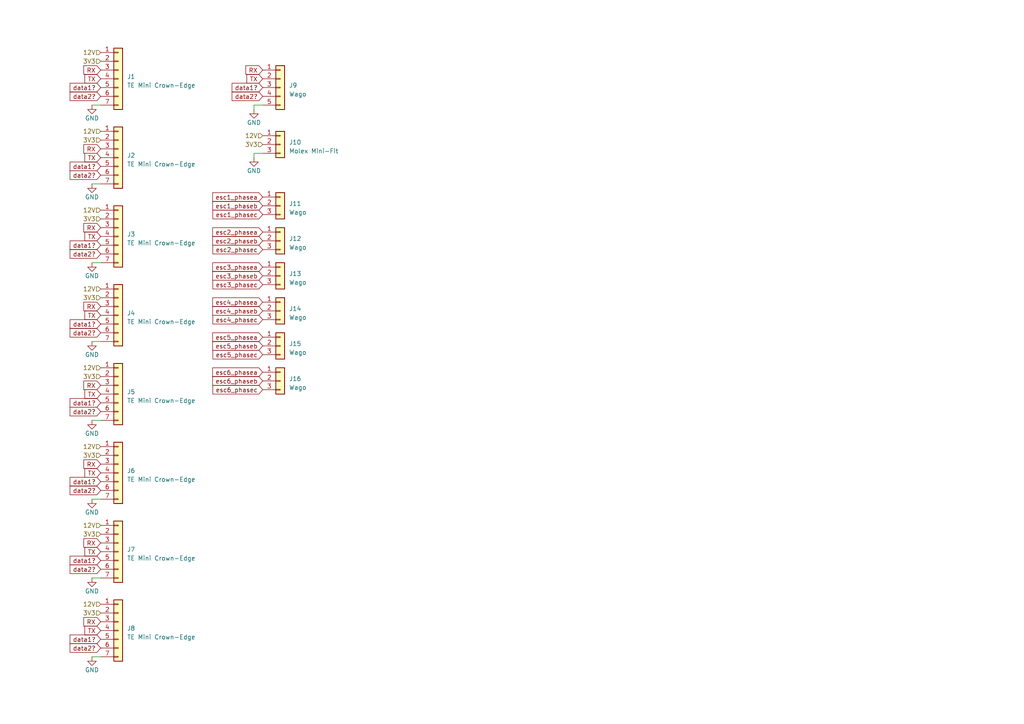
<source format=kicad_sch>
(kicad_sch (version 20230409) (generator eeschema)
  (paper "A4")
  (lib_symbols
    (symbol "Connector_Generic:Conn_01x03" (pin_names (offset 1.016) hide)
      (property "Reference" "J" (at 0 5.08 0))
      (property "Value" "Conn_01x03" (at 0 -5.08 0))
      (symbol "Conn_01x03_1_1"
        (rectangle (start -1.27 -2.413) (end 0 -2.667) (stroke (width 0.1524)))
        (rectangle (start -1.27 0.127) (end 0 -0.127) (stroke (width 0.1524)))
        (rectangle (start -1.27 2.667) (end 0 2.413) (stroke (width 0.1524)))
        (rectangle (start -1.27 3.81) (end 1.27 -3.81) (stroke (width 0.254)) (fill (type background)))
        (pin passive line (at -5.08 2.54 0) (length 3.81) (name "Pin_1") (number "1"))
        (pin passive line (at -5.08 0 0) (length 3.81) (name "Pin_2") (number "2"))
        (pin passive line (at -5.08 -2.54 0) (length 3.81) (name "Pin_3") (number "3"))
      )
    )
    (symbol "Connector_Generic:Conn_01x05" (pin_names (offset 1.016) hide)
      (property "Reference" "J" (at 0 7.62 0))
      (property "Value" "Conn_01x05" (at 0 -7.62 0))
      (symbol "Conn_01x05_1_1"
        (rectangle (start -1.27 -4.953) (end 0 -5.207) (stroke (width 0.1524)))
        (rectangle (start -1.27 -2.413) (end 0 -2.667) (stroke (width 0.1524)))
        (rectangle (start -1.27 0.127) (end 0 -0.127) (stroke (width 0.1524)))
        (rectangle (start -1.27 2.667) (end 0 2.413) (stroke (width 0.1524)))
        (rectangle (start -1.27 5.207) (end 0 4.953) (stroke (width 0.1524)))
        (rectangle (start -1.27 6.35) (end 1.27 -6.35) (stroke (width 0.254)) (fill (type background)))
        (pin passive line (at -5.08 5.08 0) (length 3.81) (name "Pin_1") (number "1"))
        (pin passive line (at -5.08 2.54 0) (length 3.81) (name "Pin_2") (number "2"))
        (pin passive line (at -5.08 0 0) (length 3.81) (name "Pin_3") (number "3"))
        (pin passive line (at -5.08 -2.54 0) (length 3.81) (name "Pin_4") (number "4"))
        (pin passive line (at -5.08 -5.08 0) (length 3.81) (name "Pin_5") (number "5"))
      )
    )
    (symbol "Connector_Generic:Conn_01x07" (pin_names (offset 1.016) hide)
      (property "Reference" "J" (at 0 10.16 0))
      (property "Value" "Conn_01x07" (at 0 -10.16 0))
      (symbol "Conn_01x07_1_1"
        (rectangle (start -1.27 -7.493) (end 0 -7.747) (stroke (width 0.1524)))
        (rectangle (start -1.27 -4.953) (end 0 -5.207) (stroke (width 0.1524)))
        (rectangle (start -1.27 -2.413) (end 0 -2.667) (stroke (width 0.1524)))
        (rectangle (start -1.27 0.127) (end 0 -0.127) (stroke (width 0.1524)))
        (rectangle (start -1.27 2.667) (end 0 2.413) (stroke (width 0.1524)))
        (rectangle (start -1.27 5.207) (end 0 4.953) (stroke (width 0.1524)))
        (rectangle (start -1.27 7.747) (end 0 7.493) (stroke (width 0.1524)))
        (rectangle (start -1.27 8.89) (end 1.27 -8.89) (stroke (width 0.254)) (fill (type background)))
        (pin passive line (at -5.08 7.62 0) (length 3.81) (name "Pin_1") (number "1"))
        (pin passive line (at -5.08 5.08 0) (length 3.81) (name "Pin_2") (number "2"))
        (pin passive line (at -5.08 2.54 0) (length 3.81) (name "Pin_3") (number "3"))
        (pin passive line (at -5.08 0 0) (length 3.81) (name "Pin_4") (number "4"))
        (pin passive line (at -5.08 -2.54 0) (length 3.81) (name "Pin_5") (number "5"))
        (pin passive line (at -5.08 -5.08 0) (length 3.81) (name "Pin_6") (number "6"))
        (pin passive line (at -5.08 -7.62 0) (length 3.81) (name "Pin_7") (number "7"))
      )
    )
    (symbol "power:GND" (power) (pin_names (offset 0))
      (property "Value" "GND" (at 0 -3.81 0))
      (symbol "GND_0_1"
        (polyline (pts (xy 0 0) (xy 0 -1.27) (xy 1.27 -1.27) (xy 0 -2.54) (xy -1.27 -1.27) (xy 0 -1.27)))
      )
      (symbol "GND_1_1"
        (pin power_in line (at 0 0 270) (length 0) hide (name "GND") (number "1"))
      )
    )
  )
  (wire (pts (xy 29.21 76.2) (xy 26.67 76.2)))
  (wire (pts (xy 29.21 190.5) (xy 26.67 190.5)))
  (wire (pts (xy 73.66 30.48) (xy 73.66 31.75)))
  (wire (pts (xy 76.2 44.45) (xy 73.66 44.45)))
  (wire (pts (xy 76.2 30.48) (xy 73.66 30.48)))
  (wire (pts (xy 29.21 121.92) (xy 26.67 121.92)))
  (wire (pts (xy 29.21 53.34) (xy 26.67 53.34)))
  (wire (pts (xy 29.21 99.06) (xy 26.67 99.06)))
  (wire (pts (xy 29.21 167.64) (xy 26.67 167.64)))
  (wire (pts (xy 73.66 44.45) (xy 73.66 45.72)))
  (wire (pts (xy 29.21 30.48) (xy 26.67 30.48)))
  (wire (pts (xy 29.21 144.78) (xy 26.67 144.78)))
  (global_label "RX" (shape input) (at 29.21 88.9 180) (property "Intersheetrefs" "${INTERSHEET_REFS}" (effects hide)))
  (global_label "data2?" (shape input) (at 29.21 50.8 180) (property "Intersheetrefs" "${INTERSHEET_REFS}" (effects hide)))
  (global_label "RX" (shape input) (at 29.21 66.04 180) (property "Intersheetrefs" "${INTERSHEET_REFS}" (effects hide)))
  (global_label "data2?" (shape input) (at 29.21 165.1 180) (property "Intersheetrefs" "${INTERSHEET_REFS}" (effects hide)))
  (global_label "data1?" (shape input) (at 29.21 185.42 180) (property "Intersheetrefs" "${INTERSHEET_REFS}" (effects hide)))
  (global_label "TX" (shape input) (at 76.2 22.86 180) (property "Intersheetrefs" "${INTERSHEET_REFS}" (effects hide)))
  (global_label "TX" (shape input) (at 29.21 45.72 180) (property "Intersheetrefs" "${INTERSHEET_REFS}" (effects hide)))
  (global_label "TX" (shape input) (at 29.21 137.16 180) (property "Intersheetrefs" "${INTERSHEET_REFS}" (effects hide)))
  (global_label "TX" (shape input) (at 29.21 114.3 180) (property "Intersheetrefs" "${INTERSHEET_REFS}" (effects hide)))
  (global_label "data2?" (shape input) (at 76.2 27.94 180) (property "Intersheetrefs" "${INTERSHEET_REFS}" (effects hide)))
  (global_label "esc1_phaseb" (shape input) (at 76.2 59.69 180) (property "Intersheetrefs" "${INTERSHEET_REFS}" (effects hide)))
  (global_label "TX" (shape input) (at 29.21 91.44 180) (property "Intersheetrefs" "${INTERSHEET_REFS}" (effects hide)))
  (global_label "data1?" (shape input) (at 29.21 93.98 180) (property "Intersheetrefs" "${INTERSHEET_REFS}" (effects hide)))
  (global_label "esc6_phaseb" (shape input) (at 76.2 110.49 180) (property "Intersheetrefs" "${INTERSHEET_REFS}" (effects hide)))
  (global_label "data1?" (shape input) (at 29.21 48.26 180) (property "Intersheetrefs" "${INTERSHEET_REFS}" (effects hide)))
  (global_label "TX" (shape input) (at 29.21 160.02 180) (property "Intersheetrefs" "${INTERSHEET_REFS}" (effects hide)))
  (global_label "esc1_phasea" (shape input) (at 76.2 57.15 180) (property "Intersheetrefs" "${INTERSHEET_REFS}" (effects hide)))
  (global_label "esc6_phasea" (shape input) (at 76.2 107.95 180) (property "Intersheetrefs" "${INTERSHEET_REFS}" (effects hide)))
  (global_label "data1?" (shape input) (at 29.21 116.84 180) (property "Intersheetrefs" "${INTERSHEET_REFS}" (effects hide)))
  (global_label "TX" (shape input) (at 29.21 22.86 180) (property "Intersheetrefs" "${INTERSHEET_REFS}" (effects hide)))
  (global_label "data2?" (shape input) (at 29.21 119.38 180) (property "Intersheetrefs" "${INTERSHEET_REFS}" (effects hide)))
  (global_label "RX" (shape input) (at 29.21 111.76 180) (property "Intersheetrefs" "${INTERSHEET_REFS}" (effects hide)))
  (global_label "data2?" (shape input) (at 29.21 96.52 180) (property "Intersheetrefs" "${INTERSHEET_REFS}" (effects hide)))
  (global_label "esc3_phasec" (shape input) (at 76.2 82.55 180) (property "Intersheetrefs" "${INTERSHEET_REFS}" (effects hide)))
  (global_label "RX" (shape input) (at 29.21 180.34 180) (property "Intersheetrefs" "${INTERSHEET_REFS}" (effects hide)))
  (global_label "data1?" (shape input) (at 29.21 71.12 180) (property "Intersheetrefs" "${INTERSHEET_REFS}" (effects hide)))
  (global_label "data1?" (shape input) (at 29.21 25.4 180) (property "Intersheetrefs" "${INTERSHEET_REFS}" (effects hide)))
  (global_label "esc2_phaseb" (shape input) (at 76.2 69.85 180) (property "Intersheetrefs" "${INTERSHEET_REFS}" (effects hide)))
  (global_label "esc2_phasec" (shape input) (at 76.2 72.39 180) (property "Intersheetrefs" "${INTERSHEET_REFS}" (effects hide)))
  (global_label "esc5_phaseb" (shape input) (at 76.2 100.33 180) (property "Intersheetrefs" "${INTERSHEET_REFS}" (effects hide)))
  (global_label "esc6_phasec" (shape input) (at 76.2 113.03 180) (property "Intersheetrefs" "${INTERSHEET_REFS}" (effects hide)))
  (global_label "esc5_phasea" (shape input) (at 76.2 97.79 180) (property "Intersheetrefs" "${INTERSHEET_REFS}" (effects hide)))
  (global_label "esc3_phaseb" (shape input) (at 76.2 80.01 180) (property "Intersheetrefs" "${INTERSHEET_REFS}" (effects hide)))
  (global_label "RX" (shape input) (at 29.21 157.48 180) (property "Intersheetrefs" "${INTERSHEET_REFS}" (effects hide)))
  (global_label "RX" (shape input) (at 29.21 20.32 180) (property "Intersheetrefs" "${INTERSHEET_REFS}" (effects hide)))
  (global_label "data1?" (shape input) (at 29.21 139.7 180) (property "Intersheetrefs" "${INTERSHEET_REFS}" (effects hide)))
  (global_label "esc4_phaseb" (shape input) (at 76.2 90.17 180) (property "Intersheetrefs" "${INTERSHEET_REFS}" (effects hide)))
  (global_label "data2?" (shape input) (at 29.21 142.24 180) (property "Intersheetrefs" "${INTERSHEET_REFS}" (effects hide)))
  (global_label "TX" (shape input) (at 29.21 68.58 180) (property "Intersheetrefs" "${INTERSHEET_REFS}" (effects hide)))
  (global_label "esc3_phasea" (shape input) (at 76.2 77.47 180) (property "Intersheetrefs" "${INTERSHEET_REFS}" (effects hide)))
  (global_label "esc4_phasec" (shape input) (at 76.2 92.71 180) (property "Intersheetrefs" "${INTERSHEET_REFS}" (effects hide)))
  (global_label "data1?" (shape input) (at 76.2 25.4 180) (property "Intersheetrefs" "${INTERSHEET_REFS}" (effects hide)))
  (global_label "data2?" (shape input) (at 29.21 27.94 180) (property "Intersheetrefs" "${INTERSHEET_REFS}" (effects hide)))
  (global_label "RX" (shape input) (at 29.21 43.18 180) (property "Intersheetrefs" "${INTERSHEET_REFS}" (effects hide)))
  (global_label "RX" (shape input) (at 29.21 134.62 180) (property "Intersheetrefs" "${INTERSHEET_REFS}" (effects hide)))
  (global_label "esc1_phasec" (shape input) (at 76.2 62.23 180) (property "Intersheetrefs" "${INTERSHEET_REFS}" (effects hide)))
  (global_label "esc4_phasea" (shape input) (at 76.2 87.63 180) (property "Intersheetrefs" "${INTERSHEET_REFS}" (effects hide)))
  (global_label "esc2_phasea" (shape input) (at 76.2 67.31 180) (property "Intersheetrefs" "${INTERSHEET_REFS}" (effects hide)))
  (global_label "esc5_phasec" (shape input) (at 76.2 102.87 180) (property "Intersheetrefs" "${INTERSHEET_REFS}" (effects hide)))
  (global_label "RX" (shape input) (at 76.2 20.32 180) (property "Intersheetrefs" "${INTERSHEET_REFS}" (effects hide)))
  (global_label "data2?" (shape input) (at 29.21 73.66 180) (property "Intersheetrefs" "${INTERSHEET_REFS}" (effects hide)))
  (global_label "data2?" (shape input) (at 29.21 187.96 180) (property "Intersheetrefs" "${INTERSHEET_REFS}" (effects hide)))
  (global_label "TX" (shape input) (at 29.21 182.88 180) (property "Intersheetrefs" "${INTERSHEET_REFS}" (effects hide)))
  (global_label "data1?" (shape input) (at 29.21 162.56 180) (property "Intersheetrefs" "${INTERSHEET_REFS}" (effects hide)))
  (hierarchical_label "3V3" (shape input) (at 29.21 132.08 180))
  (hierarchical_label "12V" (shape input) (at 29.21 15.24 180))
  (hierarchical_label "12V" (shape input) (at 29.21 129.54 180))
  (hierarchical_label "3V3" (shape input) (at 29.21 177.8 180))
  (hierarchical_label "3V3" (shape input) (at 29.21 63.5 180))
  (hierarchical_label "3V3" (shape input) (at 76.2 41.91 180))
  (hierarchical_label "12V" (shape input) (at 29.21 175.26 180))
  (hierarchical_label "3V3" (shape input) (at 29.21 86.36 180))
  (hierarchical_label "3V3" (shape input) (at 29.21 40.64 180))
  (hierarchical_label "3V3" (shape input) (at 29.21 109.22 180))
  (hierarchical_label "12V" (shape input) (at 29.21 152.4 180))
  (hierarchical_label "12V" (shape input) (at 29.21 106.68 180))
  (hierarchical_label "3V3" (shape input) (at 29.21 17.78 180))
  (hierarchical_label "12V" (shape input) (at 76.2 39.37 180))
  (hierarchical_label "12V" (shape input) (at 29.21 38.1 180))
  (hierarchical_label "12V" (shape input) (at 29.21 83.82 180))
  (hierarchical_label "3V3" (shape input) (at 29.21 154.94 180))
  (hierarchical_label "12V" (shape input) (at 29.21 60.96 180))
  (symbol (lib_id "Connector_Generic:Conn_01x03") (at 81.28 100.33 0) (unit 1)
    (property "Reference" "J15" (at 83.82 99.695 0) (effects (justify left)))
    (property "Value" "Wago" (at 83.82 102.235 0) (effects (justify left)))
  )
  (symbol (lib_id "power:GND") (at 73.66 31.75 0) (unit 1)
    (property "Reference" "#PWR09" (effects hide))
    (property "Value" "GND" (at 73.66 35.56 0))
  )
  (symbol (lib_id "Connector_Generic:Conn_01x07") (at 34.29 114.3 0) (unit 1)
    (property "Reference" "J5" (at 36.83 113.665 0) (effects (justify left)))
    (property "Value" "TE Mini Crown-Edge" (at 36.83 116.205 0) (effects (justify left)))
  )
  (symbol (lib_id "Connector_Generic:Conn_01x07") (at 34.29 91.44 0) (unit 1)
    (property "Reference" "J4" (at 36.83 90.805 0) (effects (justify left)))
    (property "Value" "TE Mini Crown-Edge" (at 36.83 93.345 0) (effects (justify left)))
  )
  (symbol (lib_id "power:GND") (at 26.67 30.48 0) (unit 1)
    (property "Reference" "#PWR02" (effects hide))
    (property "Value" "GND" (at 26.67 34.29 0))
  )
  (symbol (lib_id "Connector_Generic:Conn_01x07") (at 34.29 45.72 0) (unit 1)
    (property "Reference" "J2" (at 36.83 45.085 0) (effects (justify left)))
    (property "Value" "TE Mini Crown-Edge" (at 36.83 47.625 0) (effects (justify left)))
  )
  (symbol (lib_id "power:GND") (at 26.67 144.78 0) (unit 1)
    (property "Reference" "#PWR06" (effects hide))
    (property "Value" "GND" (at 26.67 148.59 0))
  )
  (symbol (lib_id "Connector_Generic:Conn_01x03") (at 81.28 69.85 0) (unit 1)
    (property "Reference" "J12" (at 83.82 69.215 0) (effects (justify left)))
    (property "Value" "Wago" (at 83.82 71.755 0) (effects (justify left)))
  )
  (symbol (lib_id "Connector_Generic:Conn_01x03") (at 81.28 80.01 0) (unit 1)
    (property "Reference" "J13" (at 83.82 79.375 0) (effects (justify left)))
    (property "Value" "Wago" (at 83.82 81.915 0) (effects (justify left)))
  )
  (symbol (lib_id "Connector_Generic:Conn_01x07") (at 34.29 160.02 0) (unit 1)
    (property "Reference" "J7" (at 36.83 159.385 0) (effects (justify left)))
    (property "Value" "TE Mini Crown-Edge" (at 36.83 161.925 0) (effects (justify left)))
  )
  (symbol (lib_id "Connector_Generic:Conn_01x07") (at 34.29 137.16 0) (unit 1)
    (property "Reference" "J6" (at 36.83 136.525 0) (effects (justify left)))
    (property "Value" "TE Mini Crown-Edge" (at 36.83 139.065 0) (effects (justify left)))
  )
  (symbol (lib_id "Connector_Generic:Conn_01x07") (at 34.29 182.88 0) (unit 1)
    (property "Reference" "J8" (at 36.83 182.245 0) (effects (justify left)))
    (property "Value" "TE Mini Crown-Edge" (at 36.83 184.785 0) (effects (justify left)))
  )
  (symbol (lib_id "Connector_Generic:Conn_01x03") (at 81.28 41.91 0) (unit 1)
    (property "Reference" "J10" (at 83.82 41.275 0) (effects (justify left)))
    (property "Value" "Molex Mini-Fit" (at 83.82 43.815 0) (effects (justify left)))
  )
  (symbol (lib_id "power:GND") (at 26.67 53.34 0) (unit 1)
    (property "Reference" "#PWR01" (effects hide))
    (property "Value" "GND" (at 26.67 57.15 0))
  )
  (symbol (lib_id "Connector_Generic:Conn_01x03") (at 81.28 90.17 0) (unit 1)
    (property "Reference" "J14" (at 83.82 89.535 0) (effects (justify left)))
    (property "Value" "Wago" (at 83.82 92.075 0) (effects (justify left)))
  )
  (symbol (lib_id "power:GND") (at 26.67 121.92 0) (unit 1)
    (property "Reference" "#PWR05" (effects hide))
    (property "Value" "GND" (at 26.67 125.73 0))
  )
  (symbol (lib_id "Connector_Generic:Conn_01x03") (at 81.28 59.69 0) (unit 1)
    (property "Reference" "J11" (at 83.82 59.055 0) (effects (justify left)))
    (property "Value" "Wago" (at 83.82 61.595 0) (effects (justify left)))
  )
  (symbol (lib_id "Connector_Generic:Conn_01x03") (at 81.28 110.49 0) (unit 1)
    (property "Reference" "J16" (at 83.82 109.855 0) (effects (justify left)))
    (property "Value" "Wago" (at 83.82 112.395 0) (effects (justify left)))
  )
  (symbol (lib_id "power:GND") (at 26.67 190.5 0) (unit 1)
    (property "Reference" "#PWR08" (effects hide))
    (property "Value" "GND" (at 26.67 194.31 0))
  )
  (symbol (lib_id "Connector_Generic:Conn_01x07") (at 34.29 68.58 0) (unit 1)
    (property "Reference" "J3" (at 36.83 67.945 0) (effects (justify left)))
    (property "Value" "TE Mini Crown-Edge" (at 36.83 70.485 0) (effects (justify left)))
  )
  (symbol (lib_id "power:GND") (at 26.67 76.2 0) (unit 1)
    (property "Reference" "#PWR03" (effects hide))
    (property "Value" "GND" (at 26.67 80.01 0))
  )
  (symbol (lib_id "power:GND") (at 73.66 45.72 0) (unit 1)
    (property "Reference" "#PWR010" (effects hide))
    (property "Value" "GND" (at 73.66 49.53 0))
  )
  (symbol (lib_id "power:GND") (at 26.67 99.06 0) (unit 1)
    (property "Reference" "#PWR04" (effects hide))
    (property "Value" "GND" (at 26.67 102.87 0))
  )
  (symbol (lib_id "Connector_Generic:Conn_01x07") (at 34.29 22.86 0) (unit 1)
    (property "Reference" "J1" (at 36.83 22.225 0) (effects (justify left)))
    (property "Value" "TE Mini Crown-Edge" (at 36.83 24.765 0) (effects (justify left)))
  )
  (symbol (lib_id "power:GND") (at 26.67 167.64 0) (unit 1)
    (property "Reference" "#PWR07" (effects hide))
    (property "Value" "GND" (at 26.67 171.45 0))
  )
  (symbol (lib_id "Connector_Generic:Conn_01x05") (at 81.28 25.4 0) (unit 1)
    (property "Reference" "J9" (at 83.82 24.765 0) (effects (justify left)))
    (property "Value" "Wago" (at 83.82 27.305 0) (effects (justify left)))
  )
)
</source>
